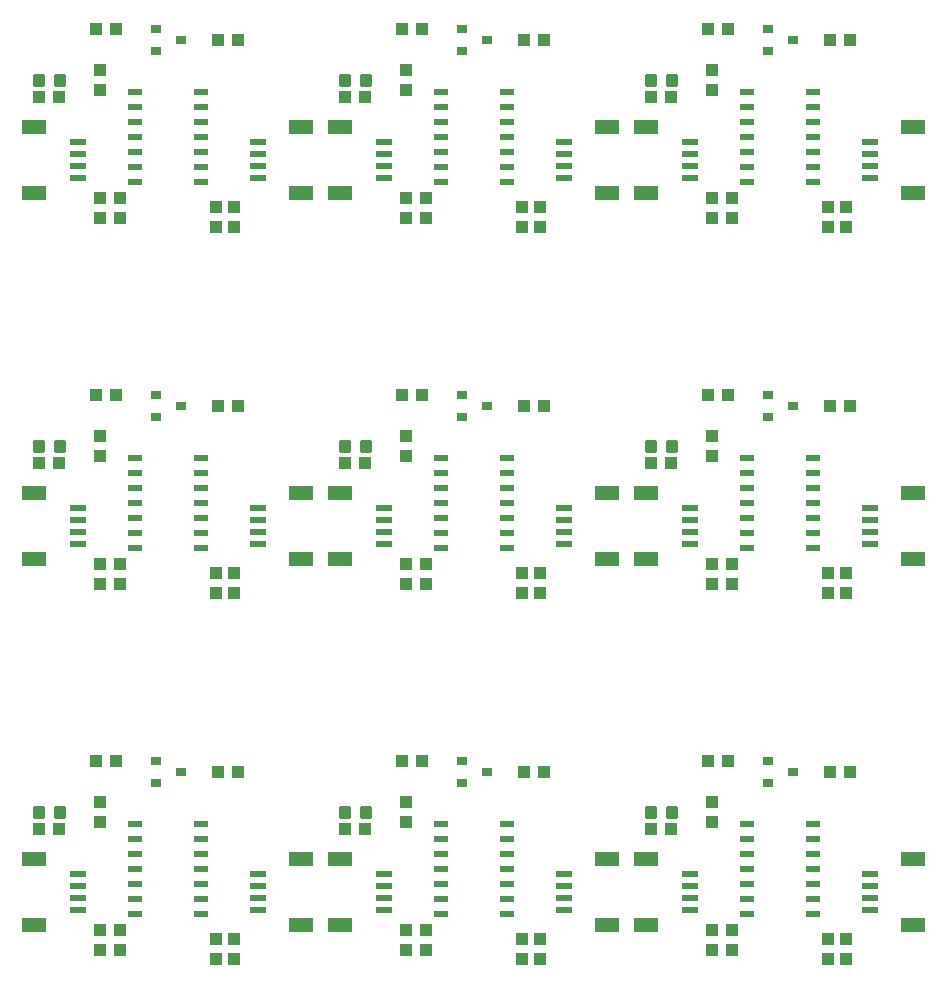
<source format=gtp>
G75*
%MOIN*%
%OFA0B0*%
%FSLAX25Y25*%
%IPPOS*%
%LPD*%
%AMOC8*
5,1,8,0,0,1.08239X$1,22.5*
%
%ADD10R,0.03937X0.04331*%
%ADD11R,0.07874X0.04724*%
%ADD12R,0.05315X0.02362*%
%ADD13R,0.04331X0.03937*%
%ADD14C,0.01181*%
%ADD15R,0.04724X0.02362*%
%ADD16R,0.03543X0.03150*%
D10*
X0061981Y0064404D03*
X0068481Y0064404D03*
X0068481Y0071096D03*
X0061981Y0071096D03*
X0061981Y0106904D03*
X0061981Y0113596D03*
X0100481Y0068096D03*
X0100481Y0061404D03*
X0106481Y0061404D03*
X0106481Y0068096D03*
X0163981Y0071096D03*
X0170481Y0071096D03*
X0170481Y0064404D03*
X0163981Y0064404D03*
X0202481Y0061404D03*
X0202481Y0068096D03*
X0208481Y0068096D03*
X0208481Y0061404D03*
X0163981Y0106904D03*
X0163981Y0113596D03*
X0202481Y0183404D03*
X0208481Y0183404D03*
X0208481Y0190096D03*
X0202481Y0190096D03*
X0170481Y0193096D03*
X0163981Y0193096D03*
X0163981Y0186404D03*
X0170481Y0186404D03*
X0163981Y0228904D03*
X0163981Y0235596D03*
X0106481Y0190096D03*
X0100481Y0190096D03*
X0100481Y0183404D03*
X0106481Y0183404D03*
X0068481Y0186404D03*
X0061981Y0186404D03*
X0061981Y0193096D03*
X0068481Y0193096D03*
X0061981Y0228904D03*
X0061981Y0235596D03*
X0061981Y0308404D03*
X0068481Y0308404D03*
X0068481Y0315096D03*
X0061981Y0315096D03*
X0061981Y0350904D03*
X0061981Y0357596D03*
X0100481Y0312096D03*
X0100481Y0305404D03*
X0106481Y0305404D03*
X0106481Y0312096D03*
X0163981Y0315096D03*
X0170481Y0315096D03*
X0170481Y0308404D03*
X0163981Y0308404D03*
X0202481Y0305404D03*
X0202481Y0312096D03*
X0208481Y0312096D03*
X0208481Y0305404D03*
X0163981Y0350904D03*
X0163981Y0357596D03*
X0265981Y0357596D03*
X0265981Y0350904D03*
X0265981Y0315096D03*
X0272481Y0315096D03*
X0272481Y0308404D03*
X0265981Y0308404D03*
X0304481Y0305404D03*
X0304481Y0312096D03*
X0310481Y0312096D03*
X0310481Y0305404D03*
X0265981Y0235596D03*
X0265981Y0228904D03*
X0265981Y0193096D03*
X0272481Y0193096D03*
X0272481Y0186404D03*
X0265981Y0186404D03*
X0304481Y0183404D03*
X0310481Y0183404D03*
X0310481Y0190096D03*
X0304481Y0190096D03*
X0265981Y0113596D03*
X0265981Y0106904D03*
X0265981Y0071096D03*
X0272481Y0071096D03*
X0272481Y0064404D03*
X0265981Y0064404D03*
X0304481Y0061404D03*
X0304481Y0068096D03*
X0310481Y0068096D03*
X0310481Y0061404D03*
D11*
X0332950Y0072726D03*
X0332950Y0094774D03*
X0244013Y0094774D03*
X0230950Y0094774D03*
X0230950Y0072726D03*
X0244013Y0072726D03*
X0142013Y0072726D03*
X0128950Y0072726D03*
X0128950Y0094774D03*
X0142013Y0094774D03*
X0142013Y0194726D03*
X0128950Y0194726D03*
X0128950Y0216774D03*
X0142013Y0216774D03*
X0230950Y0216774D03*
X0244013Y0216774D03*
X0244013Y0194726D03*
X0230950Y0194726D03*
X0332950Y0194726D03*
X0332950Y0216774D03*
X0332950Y0316726D03*
X0332950Y0338774D03*
X0244013Y0338774D03*
X0230950Y0338774D03*
X0230950Y0316726D03*
X0244013Y0316726D03*
X0142013Y0316726D03*
X0128950Y0316726D03*
X0128950Y0338774D03*
X0142013Y0338774D03*
X0040013Y0338774D03*
X0040013Y0316726D03*
X0040013Y0216774D03*
X0040013Y0194726D03*
X0040013Y0094774D03*
X0040013Y0072726D03*
D12*
X0054481Y0077844D03*
X0054481Y0081781D03*
X0054481Y0085719D03*
X0054481Y0089656D03*
X0114481Y0089656D03*
X0114481Y0085719D03*
X0114481Y0081781D03*
X0114481Y0077844D03*
X0156481Y0077844D03*
X0156481Y0081781D03*
X0156481Y0085719D03*
X0156481Y0089656D03*
X0216481Y0089656D03*
X0216481Y0085719D03*
X0216481Y0081781D03*
X0216481Y0077844D03*
X0258481Y0077844D03*
X0258481Y0081781D03*
X0258481Y0085719D03*
X0258481Y0089656D03*
X0318481Y0089656D03*
X0318481Y0085719D03*
X0318481Y0081781D03*
X0318481Y0077844D03*
X0318481Y0199844D03*
X0318481Y0203781D03*
X0318481Y0207719D03*
X0318481Y0211656D03*
X0258481Y0211656D03*
X0258481Y0207719D03*
X0258481Y0203781D03*
X0258481Y0199844D03*
X0216481Y0199844D03*
X0216481Y0203781D03*
X0216481Y0207719D03*
X0216481Y0211656D03*
X0156481Y0211656D03*
X0156481Y0207719D03*
X0156481Y0203781D03*
X0156481Y0199844D03*
X0114481Y0199844D03*
X0114481Y0203781D03*
X0114481Y0207719D03*
X0114481Y0211656D03*
X0054481Y0211656D03*
X0054481Y0207719D03*
X0054481Y0203781D03*
X0054481Y0199844D03*
X0054481Y0321844D03*
X0054481Y0325781D03*
X0054481Y0329719D03*
X0054481Y0333656D03*
X0114481Y0333656D03*
X0114481Y0329719D03*
X0114481Y0325781D03*
X0114481Y0321844D03*
X0156481Y0321844D03*
X0156481Y0325781D03*
X0156481Y0329719D03*
X0156481Y0333656D03*
X0216481Y0333656D03*
X0216481Y0329719D03*
X0216481Y0325781D03*
X0216481Y0321844D03*
X0258481Y0321844D03*
X0258481Y0325781D03*
X0258481Y0329719D03*
X0258481Y0333656D03*
X0318481Y0333656D03*
X0318481Y0329719D03*
X0318481Y0325781D03*
X0318481Y0321844D03*
D13*
X0311828Y0367750D03*
X0305135Y0367750D03*
X0271328Y0371250D03*
X0264635Y0371250D03*
X0252328Y0348750D03*
X0245635Y0348750D03*
X0209828Y0367750D03*
X0203135Y0367750D03*
X0169328Y0371250D03*
X0162635Y0371250D03*
X0150328Y0348750D03*
X0143635Y0348750D03*
X0107828Y0367750D03*
X0101135Y0367750D03*
X0067328Y0371250D03*
X0060635Y0371250D03*
X0048328Y0348750D03*
X0041635Y0348750D03*
X0060635Y0249250D03*
X0067328Y0249250D03*
X0048328Y0226750D03*
X0041635Y0226750D03*
X0101135Y0245750D03*
X0107828Y0245750D03*
X0143635Y0226750D03*
X0150328Y0226750D03*
X0162635Y0249250D03*
X0169328Y0249250D03*
X0203135Y0245750D03*
X0209828Y0245750D03*
X0245635Y0226750D03*
X0252328Y0226750D03*
X0264635Y0249250D03*
X0271328Y0249250D03*
X0305135Y0245750D03*
X0311828Y0245750D03*
X0271328Y0127250D03*
X0264635Y0127250D03*
X0252328Y0104750D03*
X0245635Y0104750D03*
X0209828Y0123750D03*
X0203135Y0123750D03*
X0169328Y0127250D03*
X0162635Y0127250D03*
X0150328Y0104750D03*
X0143635Y0104750D03*
X0107828Y0123750D03*
X0101135Y0123750D03*
X0067328Y0127250D03*
X0060635Y0127250D03*
X0048328Y0104750D03*
X0041635Y0104750D03*
X0305135Y0123750D03*
X0311828Y0123750D03*
D14*
X0251056Y0111628D02*
X0251056Y0108872D01*
X0251056Y0111628D02*
X0253812Y0111628D01*
X0253812Y0108872D01*
X0251056Y0108872D01*
X0251056Y0109994D02*
X0253812Y0109994D01*
X0253812Y0111116D02*
X0251056Y0111116D01*
X0244150Y0111628D02*
X0244150Y0108872D01*
X0244150Y0111628D02*
X0246906Y0111628D01*
X0246906Y0108872D01*
X0244150Y0108872D01*
X0244150Y0109994D02*
X0246906Y0109994D01*
X0246906Y0111116D02*
X0244150Y0111116D01*
X0149056Y0111628D02*
X0149056Y0108872D01*
X0149056Y0111628D02*
X0151812Y0111628D01*
X0151812Y0108872D01*
X0149056Y0108872D01*
X0149056Y0109994D02*
X0151812Y0109994D01*
X0151812Y0111116D02*
X0149056Y0111116D01*
X0142150Y0111628D02*
X0142150Y0108872D01*
X0142150Y0111628D02*
X0144906Y0111628D01*
X0144906Y0108872D01*
X0142150Y0108872D01*
X0142150Y0109994D02*
X0144906Y0109994D01*
X0144906Y0111116D02*
X0142150Y0111116D01*
X0047056Y0111628D02*
X0047056Y0108872D01*
X0047056Y0111628D02*
X0049812Y0111628D01*
X0049812Y0108872D01*
X0047056Y0108872D01*
X0047056Y0109994D02*
X0049812Y0109994D01*
X0049812Y0111116D02*
X0047056Y0111116D01*
X0040150Y0111628D02*
X0040150Y0108872D01*
X0040150Y0111628D02*
X0042906Y0111628D01*
X0042906Y0108872D01*
X0040150Y0108872D01*
X0040150Y0109994D02*
X0042906Y0109994D01*
X0042906Y0111116D02*
X0040150Y0111116D01*
X0040150Y0230872D02*
X0040150Y0233628D01*
X0042906Y0233628D01*
X0042906Y0230872D01*
X0040150Y0230872D01*
X0040150Y0231994D02*
X0042906Y0231994D01*
X0042906Y0233116D02*
X0040150Y0233116D01*
X0047056Y0233628D02*
X0047056Y0230872D01*
X0047056Y0233628D02*
X0049812Y0233628D01*
X0049812Y0230872D01*
X0047056Y0230872D01*
X0047056Y0231994D02*
X0049812Y0231994D01*
X0049812Y0233116D02*
X0047056Y0233116D01*
X0142150Y0233628D02*
X0142150Y0230872D01*
X0142150Y0233628D02*
X0144906Y0233628D01*
X0144906Y0230872D01*
X0142150Y0230872D01*
X0142150Y0231994D02*
X0144906Y0231994D01*
X0144906Y0233116D02*
X0142150Y0233116D01*
X0149056Y0233628D02*
X0149056Y0230872D01*
X0149056Y0233628D02*
X0151812Y0233628D01*
X0151812Y0230872D01*
X0149056Y0230872D01*
X0149056Y0231994D02*
X0151812Y0231994D01*
X0151812Y0233116D02*
X0149056Y0233116D01*
X0244150Y0233628D02*
X0244150Y0230872D01*
X0244150Y0233628D02*
X0246906Y0233628D01*
X0246906Y0230872D01*
X0244150Y0230872D01*
X0244150Y0231994D02*
X0246906Y0231994D01*
X0246906Y0233116D02*
X0244150Y0233116D01*
X0251056Y0233628D02*
X0251056Y0230872D01*
X0251056Y0233628D02*
X0253812Y0233628D01*
X0253812Y0230872D01*
X0251056Y0230872D01*
X0251056Y0231994D02*
X0253812Y0231994D01*
X0253812Y0233116D02*
X0251056Y0233116D01*
X0251056Y0352872D02*
X0251056Y0355628D01*
X0253812Y0355628D01*
X0253812Y0352872D01*
X0251056Y0352872D01*
X0251056Y0353994D02*
X0253812Y0353994D01*
X0253812Y0355116D02*
X0251056Y0355116D01*
X0244150Y0355628D02*
X0244150Y0352872D01*
X0244150Y0355628D02*
X0246906Y0355628D01*
X0246906Y0352872D01*
X0244150Y0352872D01*
X0244150Y0353994D02*
X0246906Y0353994D01*
X0246906Y0355116D02*
X0244150Y0355116D01*
X0149056Y0355628D02*
X0149056Y0352872D01*
X0149056Y0355628D02*
X0151812Y0355628D01*
X0151812Y0352872D01*
X0149056Y0352872D01*
X0149056Y0353994D02*
X0151812Y0353994D01*
X0151812Y0355116D02*
X0149056Y0355116D01*
X0142150Y0355628D02*
X0142150Y0352872D01*
X0142150Y0355628D02*
X0144906Y0355628D01*
X0144906Y0352872D01*
X0142150Y0352872D01*
X0142150Y0353994D02*
X0144906Y0353994D01*
X0144906Y0355116D02*
X0142150Y0355116D01*
X0047056Y0355628D02*
X0047056Y0352872D01*
X0047056Y0355628D02*
X0049812Y0355628D01*
X0049812Y0352872D01*
X0047056Y0352872D01*
X0047056Y0353994D02*
X0049812Y0353994D01*
X0049812Y0355116D02*
X0047056Y0355116D01*
X0040150Y0355628D02*
X0040150Y0352872D01*
X0040150Y0355628D02*
X0042906Y0355628D01*
X0042906Y0352872D01*
X0040150Y0352872D01*
X0040150Y0353994D02*
X0042906Y0353994D01*
X0042906Y0355116D02*
X0040150Y0355116D01*
D15*
X0073458Y0350250D03*
X0073458Y0345250D03*
X0073458Y0340250D03*
X0073458Y0335250D03*
X0073458Y0330250D03*
X0073458Y0325250D03*
X0073458Y0320250D03*
X0095505Y0320250D03*
X0095505Y0325250D03*
X0095505Y0330250D03*
X0095505Y0335250D03*
X0095505Y0340250D03*
X0095505Y0345250D03*
X0095505Y0350250D03*
X0175458Y0350250D03*
X0175458Y0345250D03*
X0175458Y0340250D03*
X0175458Y0335250D03*
X0175458Y0330250D03*
X0175458Y0325250D03*
X0175458Y0320250D03*
X0197505Y0320250D03*
X0197505Y0325250D03*
X0197505Y0330250D03*
X0197505Y0335250D03*
X0197505Y0340250D03*
X0197505Y0345250D03*
X0197505Y0350250D03*
X0277458Y0350250D03*
X0277458Y0345250D03*
X0277458Y0340250D03*
X0277458Y0335250D03*
X0277458Y0330250D03*
X0277458Y0325250D03*
X0277458Y0320250D03*
X0299505Y0320250D03*
X0299505Y0325250D03*
X0299505Y0330250D03*
X0299505Y0335250D03*
X0299505Y0340250D03*
X0299505Y0345250D03*
X0299505Y0350250D03*
X0299505Y0228250D03*
X0299505Y0223250D03*
X0299505Y0218250D03*
X0299505Y0213250D03*
X0299505Y0208250D03*
X0299505Y0203250D03*
X0299505Y0198250D03*
X0277458Y0198250D03*
X0277458Y0203250D03*
X0277458Y0208250D03*
X0277458Y0213250D03*
X0277458Y0218250D03*
X0277458Y0223250D03*
X0277458Y0228250D03*
X0197505Y0228250D03*
X0197505Y0223250D03*
X0197505Y0218250D03*
X0197505Y0213250D03*
X0197505Y0208250D03*
X0197505Y0203250D03*
X0197505Y0198250D03*
X0175458Y0198250D03*
X0175458Y0203250D03*
X0175458Y0208250D03*
X0175458Y0213250D03*
X0175458Y0218250D03*
X0175458Y0223250D03*
X0175458Y0228250D03*
X0095505Y0228250D03*
X0095505Y0223250D03*
X0095505Y0218250D03*
X0095505Y0213250D03*
X0095505Y0208250D03*
X0095505Y0203250D03*
X0095505Y0198250D03*
X0073458Y0198250D03*
X0073458Y0203250D03*
X0073458Y0208250D03*
X0073458Y0213250D03*
X0073458Y0218250D03*
X0073458Y0223250D03*
X0073458Y0228250D03*
X0073458Y0106250D03*
X0073458Y0101250D03*
X0073458Y0096250D03*
X0073458Y0091250D03*
X0073458Y0086250D03*
X0073458Y0081250D03*
X0073458Y0076250D03*
X0095505Y0076250D03*
X0095505Y0081250D03*
X0095505Y0086250D03*
X0095505Y0091250D03*
X0095505Y0096250D03*
X0095505Y0101250D03*
X0095505Y0106250D03*
X0175458Y0106250D03*
X0175458Y0101250D03*
X0175458Y0096250D03*
X0175458Y0091250D03*
X0175458Y0086250D03*
X0175458Y0081250D03*
X0175458Y0076250D03*
X0197505Y0076250D03*
X0197505Y0081250D03*
X0197505Y0086250D03*
X0197505Y0091250D03*
X0197505Y0096250D03*
X0197505Y0101250D03*
X0197505Y0106250D03*
X0277458Y0106250D03*
X0277458Y0101250D03*
X0277458Y0096250D03*
X0277458Y0091250D03*
X0277458Y0086250D03*
X0277458Y0081250D03*
X0277458Y0076250D03*
X0299505Y0076250D03*
X0299505Y0081250D03*
X0299505Y0086250D03*
X0299505Y0091250D03*
X0299505Y0096250D03*
X0299505Y0101250D03*
X0299505Y0106250D03*
D16*
X0292812Y0123750D03*
X0284544Y0120010D03*
X0284544Y0127490D03*
X0190812Y0123750D03*
X0182544Y0120010D03*
X0182544Y0127490D03*
X0088812Y0123750D03*
X0080544Y0120010D03*
X0080544Y0127490D03*
X0080544Y0242010D03*
X0080544Y0249490D03*
X0088812Y0245750D03*
X0182544Y0242010D03*
X0182544Y0249490D03*
X0190812Y0245750D03*
X0284544Y0242010D03*
X0284544Y0249490D03*
X0292812Y0245750D03*
X0284544Y0364010D03*
X0284544Y0371490D03*
X0292812Y0367750D03*
X0190812Y0367750D03*
X0182544Y0364010D03*
X0182544Y0371490D03*
X0088812Y0367750D03*
X0080544Y0364010D03*
X0080544Y0371490D03*
M02*

</source>
